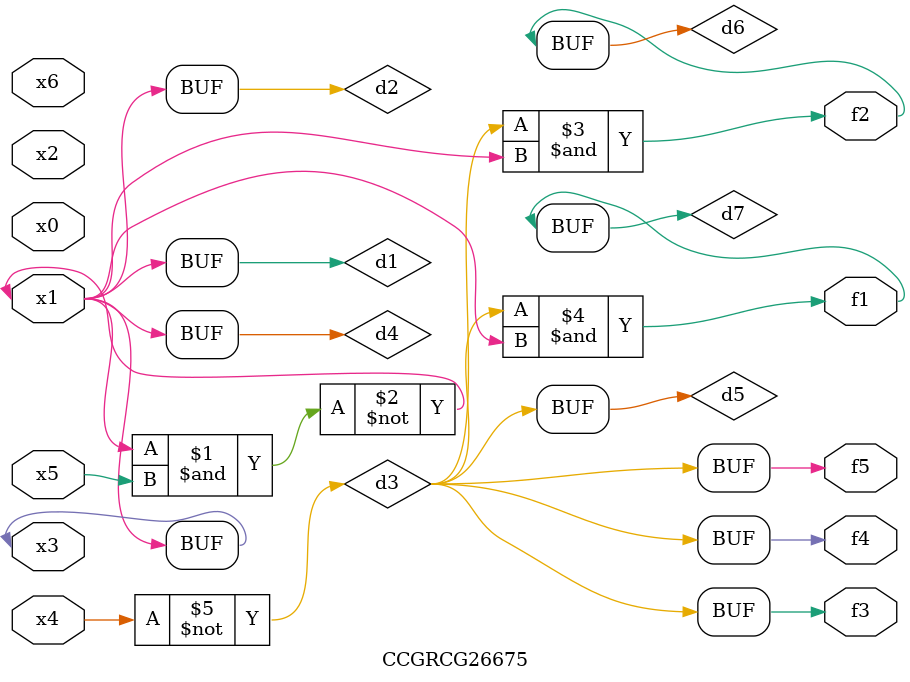
<source format=v>
module CCGRCG26675(
	input x0, x1, x2, x3, x4, x5, x6,
	output f1, f2, f3, f4, f5
);

	wire d1, d2, d3, d4, d5, d6, d7;

	buf (d1, x1, x3);
	nand (d2, x1, x5);
	not (d3, x4);
	buf (d4, d1, d2);
	buf (d5, d3);
	and (d6, d3, d4);
	and (d7, d3, d4);
	assign f1 = d7;
	assign f2 = d6;
	assign f3 = d5;
	assign f4 = d5;
	assign f5 = d5;
endmodule

</source>
